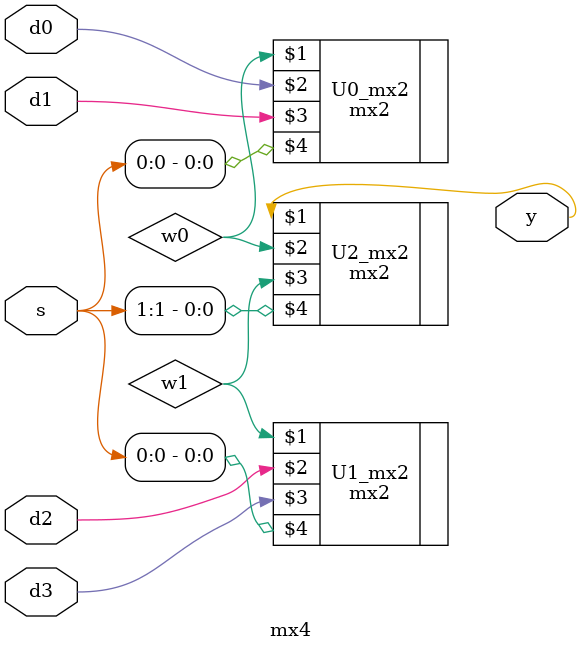
<source format=v>
module mx4(y, d0, d1, d2, d3, s);		//4-to-1 MUX
	input d0, d1, d2, d3;
	input [1:0]s;
	output y;
	
	mx2 U0_mx2(w0, d0, d1, s[0]);			//seperated by s[0]
	mx2 U1_mx2(w1, d2, d3, s[0]);
	
	mx2 U2_mx2(y, w0, w1, s[1]);			//seperated by s[1]
endmodule

</source>
